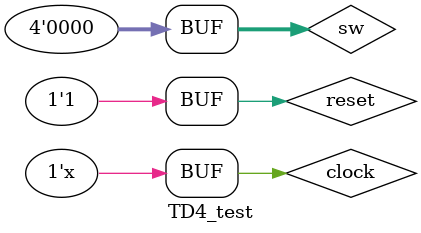
<source format=v>
`timescale 1ns / 1ps

`timescale 1ns/1ns

module TD4_test;

	// Inputs
	reg clock;
	reg reset;
	reg [3:0] sw;

	// Outputs
	wire [3:0] LED;

	// Instantiate the Unit Under Test (UUT)
	TD4_top uut (
		.clock(clock), 
		.reset(reset), 
		.sw(sw), 
		.LED(LED)
	);

	initial begin
		// Initialize Inputs
		clock <= 0;
		reset <= 1'bX;
		sw    <= 4'b0000;

		// Wait 100 ns for global reset to finish
		#50;
		reset <= 1'b0;
		#155;
      reset <= 1'b1;
		// Add stimulus here
	end
	
	//clock
	always #100 begin
		clock <= ~clock;
	end
      
endmodule


</source>
